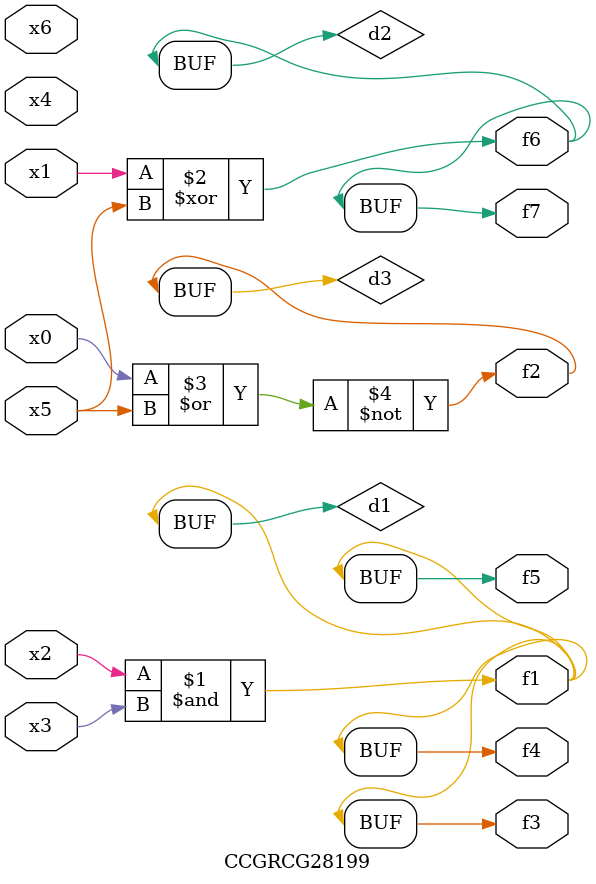
<source format=v>
module CCGRCG28199(
	input x0, x1, x2, x3, x4, x5, x6,
	output f1, f2, f3, f4, f5, f6, f7
);

	wire d1, d2, d3;

	and (d1, x2, x3);
	xor (d2, x1, x5);
	nor (d3, x0, x5);
	assign f1 = d1;
	assign f2 = d3;
	assign f3 = d1;
	assign f4 = d1;
	assign f5 = d1;
	assign f6 = d2;
	assign f7 = d2;
endmodule

</source>
